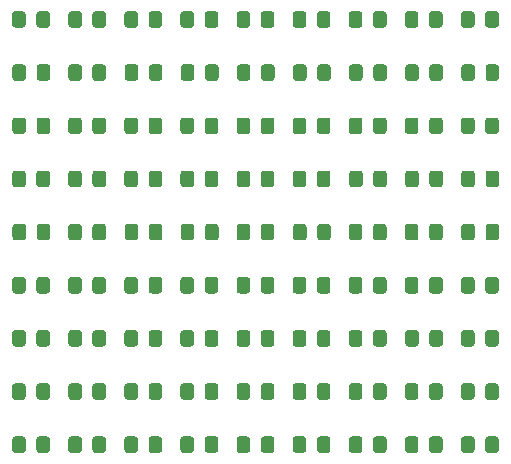
<source format=gbr>
%TF.GenerationSoftware,KiCad,Pcbnew,5.1.6*%
%TF.CreationDate,2020-08-15T15:01:39+02:00*%
%TF.ProjectId,UniBadge-9x9,556e6942-6164-4676-952d-3978392e6b69,rev?*%
%TF.SameCoordinates,Original*%
%TF.FileFunction,Paste,Top*%
%TF.FilePolarity,Positive*%
%FSLAX46Y46*%
G04 Gerber Fmt 4.6, Leading zero omitted, Abs format (unit mm)*
G04 Created by KiCad (PCBNEW 5.1.6) date 2020-08-15 15:01:39*
%MOMM*%
%LPD*%
G01*
G04 APERTURE LIST*
G04 APERTURE END LIST*
%TO.C,D15*%
G36*
G01*
X29975000Y-15700001D02*
X29975000Y-14799999D01*
G75*
G02*
X30224999Y-14550000I249999J0D01*
G01*
X30875001Y-14550000D01*
G75*
G02*
X31125000Y-14799999I0J-249999D01*
G01*
X31125000Y-15700001D01*
G75*
G02*
X30875001Y-15950000I-249999J0D01*
G01*
X30224999Y-15950000D01*
G75*
G02*
X29975000Y-15700001I0J249999D01*
G01*
G37*
G36*
G01*
X27925000Y-15700001D02*
X27925000Y-14799999D01*
G75*
G02*
X28174999Y-14550000I249999J0D01*
G01*
X28825001Y-14550000D01*
G75*
G02*
X29075000Y-14799999I0J-249999D01*
G01*
X29075000Y-15700001D01*
G75*
G02*
X28825001Y-15950000I-249999J0D01*
G01*
X28174999Y-15950000D01*
G75*
G02*
X27925000Y-15700001I0J249999D01*
G01*
G37*
%TD*%
%TO.C,D81*%
G36*
G01*
X44200000Y-47200001D02*
X44200000Y-46299999D01*
G75*
G02*
X44449999Y-46050000I249999J0D01*
G01*
X45100001Y-46050000D01*
G75*
G02*
X45350000Y-46299999I0J-249999D01*
G01*
X45350000Y-47200001D01*
G75*
G02*
X45100001Y-47450000I-249999J0D01*
G01*
X44449999Y-47450000D01*
G75*
G02*
X44200000Y-47200001I0J249999D01*
G01*
G37*
G36*
G01*
X42150000Y-47200001D02*
X42150000Y-46299999D01*
G75*
G02*
X42399999Y-46050000I249999J0D01*
G01*
X43050001Y-46050000D01*
G75*
G02*
X43300000Y-46299999I0J-249999D01*
G01*
X43300000Y-47200001D01*
G75*
G02*
X43050001Y-47450000I-249999J0D01*
G01*
X42399999Y-47450000D01*
G75*
G02*
X42150000Y-47200001I0J249999D01*
G01*
G37*
%TD*%
%TO.C,D80*%
G36*
G01*
X39450000Y-47200001D02*
X39450000Y-46299999D01*
G75*
G02*
X39699999Y-46050000I249999J0D01*
G01*
X40350001Y-46050000D01*
G75*
G02*
X40600000Y-46299999I0J-249999D01*
G01*
X40600000Y-47200001D01*
G75*
G02*
X40350001Y-47450000I-249999J0D01*
G01*
X39699999Y-47450000D01*
G75*
G02*
X39450000Y-47200001I0J249999D01*
G01*
G37*
G36*
G01*
X37400000Y-47200001D02*
X37400000Y-46299999D01*
G75*
G02*
X37649999Y-46050000I249999J0D01*
G01*
X38300001Y-46050000D01*
G75*
G02*
X38550000Y-46299999I0J-249999D01*
G01*
X38550000Y-47200001D01*
G75*
G02*
X38300001Y-47450000I-249999J0D01*
G01*
X37649999Y-47450000D01*
G75*
G02*
X37400000Y-47200001I0J249999D01*
G01*
G37*
%TD*%
%TO.C,D79*%
G36*
G01*
X34700000Y-47200001D02*
X34700000Y-46299999D01*
G75*
G02*
X34949999Y-46050000I249999J0D01*
G01*
X35600001Y-46050000D01*
G75*
G02*
X35850000Y-46299999I0J-249999D01*
G01*
X35850000Y-47200001D01*
G75*
G02*
X35600001Y-47450000I-249999J0D01*
G01*
X34949999Y-47450000D01*
G75*
G02*
X34700000Y-47200001I0J249999D01*
G01*
G37*
G36*
G01*
X32650000Y-47200001D02*
X32650000Y-46299999D01*
G75*
G02*
X32899999Y-46050000I249999J0D01*
G01*
X33550001Y-46050000D01*
G75*
G02*
X33800000Y-46299999I0J-249999D01*
G01*
X33800000Y-47200001D01*
G75*
G02*
X33550001Y-47450000I-249999J0D01*
G01*
X32899999Y-47450000D01*
G75*
G02*
X32650000Y-47200001I0J249999D01*
G01*
G37*
%TD*%
%TO.C,D78*%
G36*
G01*
X29950000Y-47200001D02*
X29950000Y-46299999D01*
G75*
G02*
X30199999Y-46050000I249999J0D01*
G01*
X30850001Y-46050000D01*
G75*
G02*
X31100000Y-46299999I0J-249999D01*
G01*
X31100000Y-47200001D01*
G75*
G02*
X30850001Y-47450000I-249999J0D01*
G01*
X30199999Y-47450000D01*
G75*
G02*
X29950000Y-47200001I0J249999D01*
G01*
G37*
G36*
G01*
X27900000Y-47200001D02*
X27900000Y-46299999D01*
G75*
G02*
X28149999Y-46050000I249999J0D01*
G01*
X28800001Y-46050000D01*
G75*
G02*
X29050000Y-46299999I0J-249999D01*
G01*
X29050000Y-47200001D01*
G75*
G02*
X28800001Y-47450000I-249999J0D01*
G01*
X28149999Y-47450000D01*
G75*
G02*
X27900000Y-47200001I0J249999D01*
G01*
G37*
%TD*%
%TO.C,D77*%
G36*
G01*
X25200000Y-47200001D02*
X25200000Y-46299999D01*
G75*
G02*
X25449999Y-46050000I249999J0D01*
G01*
X26100001Y-46050000D01*
G75*
G02*
X26350000Y-46299999I0J-249999D01*
G01*
X26350000Y-47200001D01*
G75*
G02*
X26100001Y-47450000I-249999J0D01*
G01*
X25449999Y-47450000D01*
G75*
G02*
X25200000Y-47200001I0J249999D01*
G01*
G37*
G36*
G01*
X23150000Y-47200001D02*
X23150000Y-46299999D01*
G75*
G02*
X23399999Y-46050000I249999J0D01*
G01*
X24050001Y-46050000D01*
G75*
G02*
X24300000Y-46299999I0J-249999D01*
G01*
X24300000Y-47200001D01*
G75*
G02*
X24050001Y-47450000I-249999J0D01*
G01*
X23399999Y-47450000D01*
G75*
G02*
X23150000Y-47200001I0J249999D01*
G01*
G37*
%TD*%
%TO.C,D76*%
G36*
G01*
X20450000Y-47200001D02*
X20450000Y-46299999D01*
G75*
G02*
X20699999Y-46050000I249999J0D01*
G01*
X21350001Y-46050000D01*
G75*
G02*
X21600000Y-46299999I0J-249999D01*
G01*
X21600000Y-47200001D01*
G75*
G02*
X21350001Y-47450000I-249999J0D01*
G01*
X20699999Y-47450000D01*
G75*
G02*
X20450000Y-47200001I0J249999D01*
G01*
G37*
G36*
G01*
X18400000Y-47200001D02*
X18400000Y-46299999D01*
G75*
G02*
X18649999Y-46050000I249999J0D01*
G01*
X19300001Y-46050000D01*
G75*
G02*
X19550000Y-46299999I0J-249999D01*
G01*
X19550000Y-47200001D01*
G75*
G02*
X19300001Y-47450000I-249999J0D01*
G01*
X18649999Y-47450000D01*
G75*
G02*
X18400000Y-47200001I0J249999D01*
G01*
G37*
%TD*%
%TO.C,D75*%
G36*
G01*
X15700000Y-47200001D02*
X15700000Y-46299999D01*
G75*
G02*
X15949999Y-46050000I249999J0D01*
G01*
X16600001Y-46050000D01*
G75*
G02*
X16850000Y-46299999I0J-249999D01*
G01*
X16850000Y-47200001D01*
G75*
G02*
X16600001Y-47450000I-249999J0D01*
G01*
X15949999Y-47450000D01*
G75*
G02*
X15700000Y-47200001I0J249999D01*
G01*
G37*
G36*
G01*
X13650000Y-47200001D02*
X13650000Y-46299999D01*
G75*
G02*
X13899999Y-46050000I249999J0D01*
G01*
X14550001Y-46050000D01*
G75*
G02*
X14800000Y-46299999I0J-249999D01*
G01*
X14800000Y-47200001D01*
G75*
G02*
X14550001Y-47450000I-249999J0D01*
G01*
X13899999Y-47450000D01*
G75*
G02*
X13650000Y-47200001I0J249999D01*
G01*
G37*
%TD*%
%TO.C,D74*%
G36*
G01*
X10950000Y-47200001D02*
X10950000Y-46299999D01*
G75*
G02*
X11199999Y-46050000I249999J0D01*
G01*
X11850001Y-46050000D01*
G75*
G02*
X12100000Y-46299999I0J-249999D01*
G01*
X12100000Y-47200001D01*
G75*
G02*
X11850001Y-47450000I-249999J0D01*
G01*
X11199999Y-47450000D01*
G75*
G02*
X10950000Y-47200001I0J249999D01*
G01*
G37*
G36*
G01*
X8900000Y-47200001D02*
X8900000Y-46299999D01*
G75*
G02*
X9149999Y-46050000I249999J0D01*
G01*
X9800001Y-46050000D01*
G75*
G02*
X10050000Y-46299999I0J-249999D01*
G01*
X10050000Y-47200001D01*
G75*
G02*
X9800001Y-47450000I-249999J0D01*
G01*
X9149999Y-47450000D01*
G75*
G02*
X8900000Y-47200001I0J249999D01*
G01*
G37*
%TD*%
%TO.C,D73*%
G36*
G01*
X6200000Y-47200001D02*
X6200000Y-46299999D01*
G75*
G02*
X6449999Y-46050000I249999J0D01*
G01*
X7100001Y-46050000D01*
G75*
G02*
X7350000Y-46299999I0J-249999D01*
G01*
X7350000Y-47200001D01*
G75*
G02*
X7100001Y-47450000I-249999J0D01*
G01*
X6449999Y-47450000D01*
G75*
G02*
X6200000Y-47200001I0J249999D01*
G01*
G37*
G36*
G01*
X4150000Y-47200001D02*
X4150000Y-46299999D01*
G75*
G02*
X4399999Y-46050000I249999J0D01*
G01*
X5050001Y-46050000D01*
G75*
G02*
X5300000Y-46299999I0J-249999D01*
G01*
X5300000Y-47200001D01*
G75*
G02*
X5050001Y-47450000I-249999J0D01*
G01*
X4399999Y-47450000D01*
G75*
G02*
X4150000Y-47200001I0J249999D01*
G01*
G37*
%TD*%
%TO.C,D72*%
G36*
G01*
X44200000Y-42700001D02*
X44200000Y-41799999D01*
G75*
G02*
X44449999Y-41550000I249999J0D01*
G01*
X45100001Y-41550000D01*
G75*
G02*
X45350000Y-41799999I0J-249999D01*
G01*
X45350000Y-42700001D01*
G75*
G02*
X45100001Y-42950000I-249999J0D01*
G01*
X44449999Y-42950000D01*
G75*
G02*
X44200000Y-42700001I0J249999D01*
G01*
G37*
G36*
G01*
X42150000Y-42700001D02*
X42150000Y-41799999D01*
G75*
G02*
X42399999Y-41550000I249999J0D01*
G01*
X43050001Y-41550000D01*
G75*
G02*
X43300000Y-41799999I0J-249999D01*
G01*
X43300000Y-42700001D01*
G75*
G02*
X43050001Y-42950000I-249999J0D01*
G01*
X42399999Y-42950000D01*
G75*
G02*
X42150000Y-42700001I0J249999D01*
G01*
G37*
%TD*%
%TO.C,D71*%
G36*
G01*
X39450000Y-42700001D02*
X39450000Y-41799999D01*
G75*
G02*
X39699999Y-41550000I249999J0D01*
G01*
X40350001Y-41550000D01*
G75*
G02*
X40600000Y-41799999I0J-249999D01*
G01*
X40600000Y-42700001D01*
G75*
G02*
X40350001Y-42950000I-249999J0D01*
G01*
X39699999Y-42950000D01*
G75*
G02*
X39450000Y-42700001I0J249999D01*
G01*
G37*
G36*
G01*
X37400000Y-42700001D02*
X37400000Y-41799999D01*
G75*
G02*
X37649999Y-41550000I249999J0D01*
G01*
X38300001Y-41550000D01*
G75*
G02*
X38550000Y-41799999I0J-249999D01*
G01*
X38550000Y-42700001D01*
G75*
G02*
X38300001Y-42950000I-249999J0D01*
G01*
X37649999Y-42950000D01*
G75*
G02*
X37400000Y-42700001I0J249999D01*
G01*
G37*
%TD*%
%TO.C,D70*%
G36*
G01*
X34700000Y-42700001D02*
X34700000Y-41799999D01*
G75*
G02*
X34949999Y-41550000I249999J0D01*
G01*
X35600001Y-41550000D01*
G75*
G02*
X35850000Y-41799999I0J-249999D01*
G01*
X35850000Y-42700001D01*
G75*
G02*
X35600001Y-42950000I-249999J0D01*
G01*
X34949999Y-42950000D01*
G75*
G02*
X34700000Y-42700001I0J249999D01*
G01*
G37*
G36*
G01*
X32650000Y-42700001D02*
X32650000Y-41799999D01*
G75*
G02*
X32899999Y-41550000I249999J0D01*
G01*
X33550001Y-41550000D01*
G75*
G02*
X33800000Y-41799999I0J-249999D01*
G01*
X33800000Y-42700001D01*
G75*
G02*
X33550001Y-42950000I-249999J0D01*
G01*
X32899999Y-42950000D01*
G75*
G02*
X32650000Y-42700001I0J249999D01*
G01*
G37*
%TD*%
%TO.C,D69*%
G36*
G01*
X29950000Y-42700001D02*
X29950000Y-41799999D01*
G75*
G02*
X30199999Y-41550000I249999J0D01*
G01*
X30850001Y-41550000D01*
G75*
G02*
X31100000Y-41799999I0J-249999D01*
G01*
X31100000Y-42700001D01*
G75*
G02*
X30850001Y-42950000I-249999J0D01*
G01*
X30199999Y-42950000D01*
G75*
G02*
X29950000Y-42700001I0J249999D01*
G01*
G37*
G36*
G01*
X27900000Y-42700001D02*
X27900000Y-41799999D01*
G75*
G02*
X28149999Y-41550000I249999J0D01*
G01*
X28800001Y-41550000D01*
G75*
G02*
X29050000Y-41799999I0J-249999D01*
G01*
X29050000Y-42700001D01*
G75*
G02*
X28800001Y-42950000I-249999J0D01*
G01*
X28149999Y-42950000D01*
G75*
G02*
X27900000Y-42700001I0J249999D01*
G01*
G37*
%TD*%
%TO.C,D68*%
G36*
G01*
X25200000Y-42700001D02*
X25200000Y-41799999D01*
G75*
G02*
X25449999Y-41550000I249999J0D01*
G01*
X26100001Y-41550000D01*
G75*
G02*
X26350000Y-41799999I0J-249999D01*
G01*
X26350000Y-42700001D01*
G75*
G02*
X26100001Y-42950000I-249999J0D01*
G01*
X25449999Y-42950000D01*
G75*
G02*
X25200000Y-42700001I0J249999D01*
G01*
G37*
G36*
G01*
X23150000Y-42700001D02*
X23150000Y-41799999D01*
G75*
G02*
X23399999Y-41550000I249999J0D01*
G01*
X24050001Y-41550000D01*
G75*
G02*
X24300000Y-41799999I0J-249999D01*
G01*
X24300000Y-42700001D01*
G75*
G02*
X24050001Y-42950000I-249999J0D01*
G01*
X23399999Y-42950000D01*
G75*
G02*
X23150000Y-42700001I0J249999D01*
G01*
G37*
%TD*%
%TO.C,D67*%
G36*
G01*
X20450000Y-42700001D02*
X20450000Y-41799999D01*
G75*
G02*
X20699999Y-41550000I249999J0D01*
G01*
X21350001Y-41550000D01*
G75*
G02*
X21600000Y-41799999I0J-249999D01*
G01*
X21600000Y-42700001D01*
G75*
G02*
X21350001Y-42950000I-249999J0D01*
G01*
X20699999Y-42950000D01*
G75*
G02*
X20450000Y-42700001I0J249999D01*
G01*
G37*
G36*
G01*
X18400000Y-42700001D02*
X18400000Y-41799999D01*
G75*
G02*
X18649999Y-41550000I249999J0D01*
G01*
X19300001Y-41550000D01*
G75*
G02*
X19550000Y-41799999I0J-249999D01*
G01*
X19550000Y-42700001D01*
G75*
G02*
X19300001Y-42950000I-249999J0D01*
G01*
X18649999Y-42950000D01*
G75*
G02*
X18400000Y-42700001I0J249999D01*
G01*
G37*
%TD*%
%TO.C,D66*%
G36*
G01*
X15700000Y-42700001D02*
X15700000Y-41799999D01*
G75*
G02*
X15949999Y-41550000I249999J0D01*
G01*
X16600001Y-41550000D01*
G75*
G02*
X16850000Y-41799999I0J-249999D01*
G01*
X16850000Y-42700001D01*
G75*
G02*
X16600001Y-42950000I-249999J0D01*
G01*
X15949999Y-42950000D01*
G75*
G02*
X15700000Y-42700001I0J249999D01*
G01*
G37*
G36*
G01*
X13650000Y-42700001D02*
X13650000Y-41799999D01*
G75*
G02*
X13899999Y-41550000I249999J0D01*
G01*
X14550001Y-41550000D01*
G75*
G02*
X14800000Y-41799999I0J-249999D01*
G01*
X14800000Y-42700001D01*
G75*
G02*
X14550001Y-42950000I-249999J0D01*
G01*
X13899999Y-42950000D01*
G75*
G02*
X13650000Y-42700001I0J249999D01*
G01*
G37*
%TD*%
%TO.C,D65*%
G36*
G01*
X10950000Y-42700001D02*
X10950000Y-41799999D01*
G75*
G02*
X11199999Y-41550000I249999J0D01*
G01*
X11850001Y-41550000D01*
G75*
G02*
X12100000Y-41799999I0J-249999D01*
G01*
X12100000Y-42700001D01*
G75*
G02*
X11850001Y-42950000I-249999J0D01*
G01*
X11199999Y-42950000D01*
G75*
G02*
X10950000Y-42700001I0J249999D01*
G01*
G37*
G36*
G01*
X8900000Y-42700001D02*
X8900000Y-41799999D01*
G75*
G02*
X9149999Y-41550000I249999J0D01*
G01*
X9800001Y-41550000D01*
G75*
G02*
X10050000Y-41799999I0J-249999D01*
G01*
X10050000Y-42700001D01*
G75*
G02*
X9800001Y-42950000I-249999J0D01*
G01*
X9149999Y-42950000D01*
G75*
G02*
X8900000Y-42700001I0J249999D01*
G01*
G37*
%TD*%
%TO.C,D64*%
G36*
G01*
X6200000Y-42700001D02*
X6200000Y-41799999D01*
G75*
G02*
X6449999Y-41550000I249999J0D01*
G01*
X7100001Y-41550000D01*
G75*
G02*
X7350000Y-41799999I0J-249999D01*
G01*
X7350000Y-42700001D01*
G75*
G02*
X7100001Y-42950000I-249999J0D01*
G01*
X6449999Y-42950000D01*
G75*
G02*
X6200000Y-42700001I0J249999D01*
G01*
G37*
G36*
G01*
X4150000Y-42700001D02*
X4150000Y-41799999D01*
G75*
G02*
X4399999Y-41550000I249999J0D01*
G01*
X5050001Y-41550000D01*
G75*
G02*
X5300000Y-41799999I0J-249999D01*
G01*
X5300000Y-42700001D01*
G75*
G02*
X5050001Y-42950000I-249999J0D01*
G01*
X4399999Y-42950000D01*
G75*
G02*
X4150000Y-42700001I0J249999D01*
G01*
G37*
%TD*%
%TO.C,D63*%
G36*
G01*
X44200000Y-38200001D02*
X44200000Y-37299999D01*
G75*
G02*
X44449999Y-37050000I249999J0D01*
G01*
X45100001Y-37050000D01*
G75*
G02*
X45350000Y-37299999I0J-249999D01*
G01*
X45350000Y-38200001D01*
G75*
G02*
X45100001Y-38450000I-249999J0D01*
G01*
X44449999Y-38450000D01*
G75*
G02*
X44200000Y-38200001I0J249999D01*
G01*
G37*
G36*
G01*
X42150000Y-38200001D02*
X42150000Y-37299999D01*
G75*
G02*
X42399999Y-37050000I249999J0D01*
G01*
X43050001Y-37050000D01*
G75*
G02*
X43300000Y-37299999I0J-249999D01*
G01*
X43300000Y-38200001D01*
G75*
G02*
X43050001Y-38450000I-249999J0D01*
G01*
X42399999Y-38450000D01*
G75*
G02*
X42150000Y-38200001I0J249999D01*
G01*
G37*
%TD*%
%TO.C,D62*%
G36*
G01*
X39475000Y-38200001D02*
X39475000Y-37299999D01*
G75*
G02*
X39724999Y-37050000I249999J0D01*
G01*
X40375001Y-37050000D01*
G75*
G02*
X40625000Y-37299999I0J-249999D01*
G01*
X40625000Y-38200001D01*
G75*
G02*
X40375001Y-38450000I-249999J0D01*
G01*
X39724999Y-38450000D01*
G75*
G02*
X39475000Y-38200001I0J249999D01*
G01*
G37*
G36*
G01*
X37425000Y-38200001D02*
X37425000Y-37299999D01*
G75*
G02*
X37674999Y-37050000I249999J0D01*
G01*
X38325001Y-37050000D01*
G75*
G02*
X38575000Y-37299999I0J-249999D01*
G01*
X38575000Y-38200001D01*
G75*
G02*
X38325001Y-38450000I-249999J0D01*
G01*
X37674999Y-38450000D01*
G75*
G02*
X37425000Y-38200001I0J249999D01*
G01*
G37*
%TD*%
%TO.C,D61*%
G36*
G01*
X34700000Y-38200001D02*
X34700000Y-37299999D01*
G75*
G02*
X34949999Y-37050000I249999J0D01*
G01*
X35600001Y-37050000D01*
G75*
G02*
X35850000Y-37299999I0J-249999D01*
G01*
X35850000Y-38200001D01*
G75*
G02*
X35600001Y-38450000I-249999J0D01*
G01*
X34949999Y-38450000D01*
G75*
G02*
X34700000Y-38200001I0J249999D01*
G01*
G37*
G36*
G01*
X32650000Y-38200001D02*
X32650000Y-37299999D01*
G75*
G02*
X32899999Y-37050000I249999J0D01*
G01*
X33550001Y-37050000D01*
G75*
G02*
X33800000Y-37299999I0J-249999D01*
G01*
X33800000Y-38200001D01*
G75*
G02*
X33550001Y-38450000I-249999J0D01*
G01*
X32899999Y-38450000D01*
G75*
G02*
X32650000Y-38200001I0J249999D01*
G01*
G37*
%TD*%
%TO.C,D60*%
G36*
G01*
X29950000Y-38200001D02*
X29950000Y-37299999D01*
G75*
G02*
X30199999Y-37050000I249999J0D01*
G01*
X30850001Y-37050000D01*
G75*
G02*
X31100000Y-37299999I0J-249999D01*
G01*
X31100000Y-38200001D01*
G75*
G02*
X30850001Y-38450000I-249999J0D01*
G01*
X30199999Y-38450000D01*
G75*
G02*
X29950000Y-38200001I0J249999D01*
G01*
G37*
G36*
G01*
X27900000Y-38200001D02*
X27900000Y-37299999D01*
G75*
G02*
X28149999Y-37050000I249999J0D01*
G01*
X28800001Y-37050000D01*
G75*
G02*
X29050000Y-37299999I0J-249999D01*
G01*
X29050000Y-38200001D01*
G75*
G02*
X28800001Y-38450000I-249999J0D01*
G01*
X28149999Y-38450000D01*
G75*
G02*
X27900000Y-38200001I0J249999D01*
G01*
G37*
%TD*%
%TO.C,D59*%
G36*
G01*
X25200000Y-38200001D02*
X25200000Y-37299999D01*
G75*
G02*
X25449999Y-37050000I249999J0D01*
G01*
X26100001Y-37050000D01*
G75*
G02*
X26350000Y-37299999I0J-249999D01*
G01*
X26350000Y-38200001D01*
G75*
G02*
X26100001Y-38450000I-249999J0D01*
G01*
X25449999Y-38450000D01*
G75*
G02*
X25200000Y-38200001I0J249999D01*
G01*
G37*
G36*
G01*
X23150000Y-38200001D02*
X23150000Y-37299999D01*
G75*
G02*
X23399999Y-37050000I249999J0D01*
G01*
X24050001Y-37050000D01*
G75*
G02*
X24300000Y-37299999I0J-249999D01*
G01*
X24300000Y-38200001D01*
G75*
G02*
X24050001Y-38450000I-249999J0D01*
G01*
X23399999Y-38450000D01*
G75*
G02*
X23150000Y-38200001I0J249999D01*
G01*
G37*
%TD*%
%TO.C,D58*%
G36*
G01*
X20450000Y-38200001D02*
X20450000Y-37299999D01*
G75*
G02*
X20699999Y-37050000I249999J0D01*
G01*
X21350001Y-37050000D01*
G75*
G02*
X21600000Y-37299999I0J-249999D01*
G01*
X21600000Y-38200001D01*
G75*
G02*
X21350001Y-38450000I-249999J0D01*
G01*
X20699999Y-38450000D01*
G75*
G02*
X20450000Y-38200001I0J249999D01*
G01*
G37*
G36*
G01*
X18400000Y-38200001D02*
X18400000Y-37299999D01*
G75*
G02*
X18649999Y-37050000I249999J0D01*
G01*
X19300001Y-37050000D01*
G75*
G02*
X19550000Y-37299999I0J-249999D01*
G01*
X19550000Y-38200001D01*
G75*
G02*
X19300001Y-38450000I-249999J0D01*
G01*
X18649999Y-38450000D01*
G75*
G02*
X18400000Y-38200001I0J249999D01*
G01*
G37*
%TD*%
%TO.C,D57*%
G36*
G01*
X15700000Y-38200001D02*
X15700000Y-37299999D01*
G75*
G02*
X15949999Y-37050000I249999J0D01*
G01*
X16600001Y-37050000D01*
G75*
G02*
X16850000Y-37299999I0J-249999D01*
G01*
X16850000Y-38200001D01*
G75*
G02*
X16600001Y-38450000I-249999J0D01*
G01*
X15949999Y-38450000D01*
G75*
G02*
X15700000Y-38200001I0J249999D01*
G01*
G37*
G36*
G01*
X13650000Y-38200001D02*
X13650000Y-37299999D01*
G75*
G02*
X13899999Y-37050000I249999J0D01*
G01*
X14550001Y-37050000D01*
G75*
G02*
X14800000Y-37299999I0J-249999D01*
G01*
X14800000Y-38200001D01*
G75*
G02*
X14550001Y-38450000I-249999J0D01*
G01*
X13899999Y-38450000D01*
G75*
G02*
X13650000Y-38200001I0J249999D01*
G01*
G37*
%TD*%
%TO.C,D56*%
G36*
G01*
X10950000Y-38200001D02*
X10950000Y-37299999D01*
G75*
G02*
X11199999Y-37050000I249999J0D01*
G01*
X11850001Y-37050000D01*
G75*
G02*
X12100000Y-37299999I0J-249999D01*
G01*
X12100000Y-38200001D01*
G75*
G02*
X11850001Y-38450000I-249999J0D01*
G01*
X11199999Y-38450000D01*
G75*
G02*
X10950000Y-38200001I0J249999D01*
G01*
G37*
G36*
G01*
X8900000Y-38200001D02*
X8900000Y-37299999D01*
G75*
G02*
X9149999Y-37050000I249999J0D01*
G01*
X9800001Y-37050000D01*
G75*
G02*
X10050000Y-37299999I0J-249999D01*
G01*
X10050000Y-38200001D01*
G75*
G02*
X9800001Y-38450000I-249999J0D01*
G01*
X9149999Y-38450000D01*
G75*
G02*
X8900000Y-38200001I0J249999D01*
G01*
G37*
%TD*%
%TO.C,D55*%
G36*
G01*
X6200000Y-38200001D02*
X6200000Y-37299999D01*
G75*
G02*
X6449999Y-37050000I249999J0D01*
G01*
X7100001Y-37050000D01*
G75*
G02*
X7350000Y-37299999I0J-249999D01*
G01*
X7350000Y-38200001D01*
G75*
G02*
X7100001Y-38450000I-249999J0D01*
G01*
X6449999Y-38450000D01*
G75*
G02*
X6200000Y-38200001I0J249999D01*
G01*
G37*
G36*
G01*
X4150000Y-38200001D02*
X4150000Y-37299999D01*
G75*
G02*
X4399999Y-37050000I249999J0D01*
G01*
X5050001Y-37050000D01*
G75*
G02*
X5300000Y-37299999I0J-249999D01*
G01*
X5300000Y-38200001D01*
G75*
G02*
X5050001Y-38450000I-249999J0D01*
G01*
X4399999Y-38450000D01*
G75*
G02*
X4150000Y-38200001I0J249999D01*
G01*
G37*
%TD*%
%TO.C,D54*%
G36*
G01*
X44200000Y-33700001D02*
X44200000Y-32799999D01*
G75*
G02*
X44449999Y-32550000I249999J0D01*
G01*
X45100001Y-32550000D01*
G75*
G02*
X45350000Y-32799999I0J-249999D01*
G01*
X45350000Y-33700001D01*
G75*
G02*
X45100001Y-33950000I-249999J0D01*
G01*
X44449999Y-33950000D01*
G75*
G02*
X44200000Y-33700001I0J249999D01*
G01*
G37*
G36*
G01*
X42150000Y-33700001D02*
X42150000Y-32799999D01*
G75*
G02*
X42399999Y-32550000I249999J0D01*
G01*
X43050001Y-32550000D01*
G75*
G02*
X43300000Y-32799999I0J-249999D01*
G01*
X43300000Y-33700001D01*
G75*
G02*
X43050001Y-33950000I-249999J0D01*
G01*
X42399999Y-33950000D01*
G75*
G02*
X42150000Y-33700001I0J249999D01*
G01*
G37*
%TD*%
%TO.C,D53*%
G36*
G01*
X39450000Y-33700001D02*
X39450000Y-32799999D01*
G75*
G02*
X39699999Y-32550000I249999J0D01*
G01*
X40350001Y-32550000D01*
G75*
G02*
X40600000Y-32799999I0J-249999D01*
G01*
X40600000Y-33700001D01*
G75*
G02*
X40350001Y-33950000I-249999J0D01*
G01*
X39699999Y-33950000D01*
G75*
G02*
X39450000Y-33700001I0J249999D01*
G01*
G37*
G36*
G01*
X37400000Y-33700001D02*
X37400000Y-32799999D01*
G75*
G02*
X37649999Y-32550000I249999J0D01*
G01*
X38300001Y-32550000D01*
G75*
G02*
X38550000Y-32799999I0J-249999D01*
G01*
X38550000Y-33700001D01*
G75*
G02*
X38300001Y-33950000I-249999J0D01*
G01*
X37649999Y-33950000D01*
G75*
G02*
X37400000Y-33700001I0J249999D01*
G01*
G37*
%TD*%
%TO.C,D52*%
G36*
G01*
X34700000Y-33700001D02*
X34700000Y-32799999D01*
G75*
G02*
X34949999Y-32550000I249999J0D01*
G01*
X35600001Y-32550000D01*
G75*
G02*
X35850000Y-32799999I0J-249999D01*
G01*
X35850000Y-33700001D01*
G75*
G02*
X35600001Y-33950000I-249999J0D01*
G01*
X34949999Y-33950000D01*
G75*
G02*
X34700000Y-33700001I0J249999D01*
G01*
G37*
G36*
G01*
X32650000Y-33700001D02*
X32650000Y-32799999D01*
G75*
G02*
X32899999Y-32550000I249999J0D01*
G01*
X33550001Y-32550000D01*
G75*
G02*
X33800000Y-32799999I0J-249999D01*
G01*
X33800000Y-33700001D01*
G75*
G02*
X33550001Y-33950000I-249999J0D01*
G01*
X32899999Y-33950000D01*
G75*
G02*
X32650000Y-33700001I0J249999D01*
G01*
G37*
%TD*%
%TO.C,D51*%
G36*
G01*
X29950000Y-33700001D02*
X29950000Y-32799999D01*
G75*
G02*
X30199999Y-32550000I249999J0D01*
G01*
X30850001Y-32550000D01*
G75*
G02*
X31100000Y-32799999I0J-249999D01*
G01*
X31100000Y-33700001D01*
G75*
G02*
X30850001Y-33950000I-249999J0D01*
G01*
X30199999Y-33950000D01*
G75*
G02*
X29950000Y-33700001I0J249999D01*
G01*
G37*
G36*
G01*
X27900000Y-33700001D02*
X27900000Y-32799999D01*
G75*
G02*
X28149999Y-32550000I249999J0D01*
G01*
X28800001Y-32550000D01*
G75*
G02*
X29050000Y-32799999I0J-249999D01*
G01*
X29050000Y-33700001D01*
G75*
G02*
X28800001Y-33950000I-249999J0D01*
G01*
X28149999Y-33950000D01*
G75*
G02*
X27900000Y-33700001I0J249999D01*
G01*
G37*
%TD*%
%TO.C,D50*%
G36*
G01*
X25200000Y-33700001D02*
X25200000Y-32799999D01*
G75*
G02*
X25449999Y-32550000I249999J0D01*
G01*
X26100001Y-32550000D01*
G75*
G02*
X26350000Y-32799999I0J-249999D01*
G01*
X26350000Y-33700001D01*
G75*
G02*
X26100001Y-33950000I-249999J0D01*
G01*
X25449999Y-33950000D01*
G75*
G02*
X25200000Y-33700001I0J249999D01*
G01*
G37*
G36*
G01*
X23150000Y-33700001D02*
X23150000Y-32799999D01*
G75*
G02*
X23399999Y-32550000I249999J0D01*
G01*
X24050001Y-32550000D01*
G75*
G02*
X24300000Y-32799999I0J-249999D01*
G01*
X24300000Y-33700001D01*
G75*
G02*
X24050001Y-33950000I-249999J0D01*
G01*
X23399999Y-33950000D01*
G75*
G02*
X23150000Y-33700001I0J249999D01*
G01*
G37*
%TD*%
%TO.C,D49*%
G36*
G01*
X20450000Y-33700001D02*
X20450000Y-32799999D01*
G75*
G02*
X20699999Y-32550000I249999J0D01*
G01*
X21350001Y-32550000D01*
G75*
G02*
X21600000Y-32799999I0J-249999D01*
G01*
X21600000Y-33700001D01*
G75*
G02*
X21350001Y-33950000I-249999J0D01*
G01*
X20699999Y-33950000D01*
G75*
G02*
X20450000Y-33700001I0J249999D01*
G01*
G37*
G36*
G01*
X18400000Y-33700001D02*
X18400000Y-32799999D01*
G75*
G02*
X18649999Y-32550000I249999J0D01*
G01*
X19300001Y-32550000D01*
G75*
G02*
X19550000Y-32799999I0J-249999D01*
G01*
X19550000Y-33700001D01*
G75*
G02*
X19300001Y-33950000I-249999J0D01*
G01*
X18649999Y-33950000D01*
G75*
G02*
X18400000Y-33700001I0J249999D01*
G01*
G37*
%TD*%
%TO.C,D48*%
G36*
G01*
X15700000Y-33700001D02*
X15700000Y-32799999D01*
G75*
G02*
X15949999Y-32550000I249999J0D01*
G01*
X16600001Y-32550000D01*
G75*
G02*
X16850000Y-32799999I0J-249999D01*
G01*
X16850000Y-33700001D01*
G75*
G02*
X16600001Y-33950000I-249999J0D01*
G01*
X15949999Y-33950000D01*
G75*
G02*
X15700000Y-33700001I0J249999D01*
G01*
G37*
G36*
G01*
X13650000Y-33700001D02*
X13650000Y-32799999D01*
G75*
G02*
X13899999Y-32550000I249999J0D01*
G01*
X14550001Y-32550000D01*
G75*
G02*
X14800000Y-32799999I0J-249999D01*
G01*
X14800000Y-33700001D01*
G75*
G02*
X14550001Y-33950000I-249999J0D01*
G01*
X13899999Y-33950000D01*
G75*
G02*
X13650000Y-33700001I0J249999D01*
G01*
G37*
%TD*%
%TO.C,D47*%
G36*
G01*
X10950000Y-33700001D02*
X10950000Y-32799999D01*
G75*
G02*
X11199999Y-32550000I249999J0D01*
G01*
X11850001Y-32550000D01*
G75*
G02*
X12100000Y-32799999I0J-249999D01*
G01*
X12100000Y-33700001D01*
G75*
G02*
X11850001Y-33950000I-249999J0D01*
G01*
X11199999Y-33950000D01*
G75*
G02*
X10950000Y-33700001I0J249999D01*
G01*
G37*
G36*
G01*
X8900000Y-33700001D02*
X8900000Y-32799999D01*
G75*
G02*
X9149999Y-32550000I249999J0D01*
G01*
X9800001Y-32550000D01*
G75*
G02*
X10050000Y-32799999I0J-249999D01*
G01*
X10050000Y-33700001D01*
G75*
G02*
X9800001Y-33950000I-249999J0D01*
G01*
X9149999Y-33950000D01*
G75*
G02*
X8900000Y-33700001I0J249999D01*
G01*
G37*
%TD*%
%TO.C,D46*%
G36*
G01*
X6200000Y-33700001D02*
X6200000Y-32799999D01*
G75*
G02*
X6449999Y-32550000I249999J0D01*
G01*
X7100001Y-32550000D01*
G75*
G02*
X7350000Y-32799999I0J-249999D01*
G01*
X7350000Y-33700001D01*
G75*
G02*
X7100001Y-33950000I-249999J0D01*
G01*
X6449999Y-33950000D01*
G75*
G02*
X6200000Y-33700001I0J249999D01*
G01*
G37*
G36*
G01*
X4150000Y-33700001D02*
X4150000Y-32799999D01*
G75*
G02*
X4399999Y-32550000I249999J0D01*
G01*
X5050001Y-32550000D01*
G75*
G02*
X5300000Y-32799999I0J-249999D01*
G01*
X5300000Y-33700001D01*
G75*
G02*
X5050001Y-33950000I-249999J0D01*
G01*
X4399999Y-33950000D01*
G75*
G02*
X4150000Y-33700001I0J249999D01*
G01*
G37*
%TD*%
%TO.C,D45*%
G36*
G01*
X44225000Y-29200001D02*
X44225000Y-28299999D01*
G75*
G02*
X44474999Y-28050000I249999J0D01*
G01*
X45125001Y-28050000D01*
G75*
G02*
X45375000Y-28299999I0J-249999D01*
G01*
X45375000Y-29200001D01*
G75*
G02*
X45125001Y-29450000I-249999J0D01*
G01*
X44474999Y-29450000D01*
G75*
G02*
X44225000Y-29200001I0J249999D01*
G01*
G37*
G36*
G01*
X42175000Y-29200001D02*
X42175000Y-28299999D01*
G75*
G02*
X42424999Y-28050000I249999J0D01*
G01*
X43075001Y-28050000D01*
G75*
G02*
X43325000Y-28299999I0J-249999D01*
G01*
X43325000Y-29200001D01*
G75*
G02*
X43075001Y-29450000I-249999J0D01*
G01*
X42424999Y-29450000D01*
G75*
G02*
X42175000Y-29200001I0J249999D01*
G01*
G37*
%TD*%
%TO.C,D44*%
G36*
G01*
X39450000Y-29200001D02*
X39450000Y-28299999D01*
G75*
G02*
X39699999Y-28050000I249999J0D01*
G01*
X40350001Y-28050000D01*
G75*
G02*
X40600000Y-28299999I0J-249999D01*
G01*
X40600000Y-29200001D01*
G75*
G02*
X40350001Y-29450000I-249999J0D01*
G01*
X39699999Y-29450000D01*
G75*
G02*
X39450000Y-29200001I0J249999D01*
G01*
G37*
G36*
G01*
X37400000Y-29200001D02*
X37400000Y-28299999D01*
G75*
G02*
X37649999Y-28050000I249999J0D01*
G01*
X38300001Y-28050000D01*
G75*
G02*
X38550000Y-28299999I0J-249999D01*
G01*
X38550000Y-29200001D01*
G75*
G02*
X38300001Y-29450000I-249999J0D01*
G01*
X37649999Y-29450000D01*
G75*
G02*
X37400000Y-29200001I0J249999D01*
G01*
G37*
%TD*%
%TO.C,D43*%
G36*
G01*
X34700000Y-29200001D02*
X34700000Y-28299999D01*
G75*
G02*
X34949999Y-28050000I249999J0D01*
G01*
X35600001Y-28050000D01*
G75*
G02*
X35850000Y-28299999I0J-249999D01*
G01*
X35850000Y-29200001D01*
G75*
G02*
X35600001Y-29450000I-249999J0D01*
G01*
X34949999Y-29450000D01*
G75*
G02*
X34700000Y-29200001I0J249999D01*
G01*
G37*
G36*
G01*
X32650000Y-29200001D02*
X32650000Y-28299999D01*
G75*
G02*
X32899999Y-28050000I249999J0D01*
G01*
X33550001Y-28050000D01*
G75*
G02*
X33800000Y-28299999I0J-249999D01*
G01*
X33800000Y-29200001D01*
G75*
G02*
X33550001Y-29450000I-249999J0D01*
G01*
X32899999Y-29450000D01*
G75*
G02*
X32650000Y-29200001I0J249999D01*
G01*
G37*
%TD*%
%TO.C,D42*%
G36*
G01*
X29975000Y-29200001D02*
X29975000Y-28299999D01*
G75*
G02*
X30224999Y-28050000I249999J0D01*
G01*
X30875001Y-28050000D01*
G75*
G02*
X31125000Y-28299999I0J-249999D01*
G01*
X31125000Y-29200001D01*
G75*
G02*
X30875001Y-29450000I-249999J0D01*
G01*
X30224999Y-29450000D01*
G75*
G02*
X29975000Y-29200001I0J249999D01*
G01*
G37*
G36*
G01*
X27925000Y-29200001D02*
X27925000Y-28299999D01*
G75*
G02*
X28174999Y-28050000I249999J0D01*
G01*
X28825001Y-28050000D01*
G75*
G02*
X29075000Y-28299999I0J-249999D01*
G01*
X29075000Y-29200001D01*
G75*
G02*
X28825001Y-29450000I-249999J0D01*
G01*
X28174999Y-29450000D01*
G75*
G02*
X27925000Y-29200001I0J249999D01*
G01*
G37*
%TD*%
%TO.C,D41*%
G36*
G01*
X25200000Y-29200001D02*
X25200000Y-28299999D01*
G75*
G02*
X25449999Y-28050000I249999J0D01*
G01*
X26100001Y-28050000D01*
G75*
G02*
X26350000Y-28299999I0J-249999D01*
G01*
X26350000Y-29200001D01*
G75*
G02*
X26100001Y-29450000I-249999J0D01*
G01*
X25449999Y-29450000D01*
G75*
G02*
X25200000Y-29200001I0J249999D01*
G01*
G37*
G36*
G01*
X23150000Y-29200001D02*
X23150000Y-28299999D01*
G75*
G02*
X23399999Y-28050000I249999J0D01*
G01*
X24050001Y-28050000D01*
G75*
G02*
X24300000Y-28299999I0J-249999D01*
G01*
X24300000Y-29200001D01*
G75*
G02*
X24050001Y-29450000I-249999J0D01*
G01*
X23399999Y-29450000D01*
G75*
G02*
X23150000Y-29200001I0J249999D01*
G01*
G37*
%TD*%
%TO.C,D40*%
G36*
G01*
X20475000Y-29200001D02*
X20475000Y-28299999D01*
G75*
G02*
X20724999Y-28050000I249999J0D01*
G01*
X21375001Y-28050000D01*
G75*
G02*
X21625000Y-28299999I0J-249999D01*
G01*
X21625000Y-29200001D01*
G75*
G02*
X21375001Y-29450000I-249999J0D01*
G01*
X20724999Y-29450000D01*
G75*
G02*
X20475000Y-29200001I0J249999D01*
G01*
G37*
G36*
G01*
X18425000Y-29200001D02*
X18425000Y-28299999D01*
G75*
G02*
X18674999Y-28050000I249999J0D01*
G01*
X19325001Y-28050000D01*
G75*
G02*
X19575000Y-28299999I0J-249999D01*
G01*
X19575000Y-29200001D01*
G75*
G02*
X19325001Y-29450000I-249999J0D01*
G01*
X18674999Y-29450000D01*
G75*
G02*
X18425000Y-29200001I0J249999D01*
G01*
G37*
%TD*%
%TO.C,D39*%
G36*
G01*
X15725000Y-29200001D02*
X15725000Y-28299999D01*
G75*
G02*
X15974999Y-28050000I249999J0D01*
G01*
X16625001Y-28050000D01*
G75*
G02*
X16875000Y-28299999I0J-249999D01*
G01*
X16875000Y-29200001D01*
G75*
G02*
X16625001Y-29450000I-249999J0D01*
G01*
X15974999Y-29450000D01*
G75*
G02*
X15725000Y-29200001I0J249999D01*
G01*
G37*
G36*
G01*
X13675000Y-29200001D02*
X13675000Y-28299999D01*
G75*
G02*
X13924999Y-28050000I249999J0D01*
G01*
X14575001Y-28050000D01*
G75*
G02*
X14825000Y-28299999I0J-249999D01*
G01*
X14825000Y-29200001D01*
G75*
G02*
X14575001Y-29450000I-249999J0D01*
G01*
X13924999Y-29450000D01*
G75*
G02*
X13675000Y-29200001I0J249999D01*
G01*
G37*
%TD*%
%TO.C,D38*%
G36*
G01*
X10945000Y-29200001D02*
X10945000Y-28299999D01*
G75*
G02*
X11194999Y-28050000I249999J0D01*
G01*
X11845001Y-28050000D01*
G75*
G02*
X12095000Y-28299999I0J-249999D01*
G01*
X12095000Y-29200001D01*
G75*
G02*
X11845001Y-29450000I-249999J0D01*
G01*
X11194999Y-29450000D01*
G75*
G02*
X10945000Y-29200001I0J249999D01*
G01*
G37*
G36*
G01*
X8895000Y-29200001D02*
X8895000Y-28299999D01*
G75*
G02*
X9144999Y-28050000I249999J0D01*
G01*
X9795001Y-28050000D01*
G75*
G02*
X10045000Y-28299999I0J-249999D01*
G01*
X10045000Y-29200001D01*
G75*
G02*
X9795001Y-29450000I-249999J0D01*
G01*
X9144999Y-29450000D01*
G75*
G02*
X8895000Y-29200001I0J249999D01*
G01*
G37*
%TD*%
%TO.C,D37*%
G36*
G01*
X6225000Y-29200001D02*
X6225000Y-28299999D01*
G75*
G02*
X6474999Y-28050000I249999J0D01*
G01*
X7125001Y-28050000D01*
G75*
G02*
X7375000Y-28299999I0J-249999D01*
G01*
X7375000Y-29200001D01*
G75*
G02*
X7125001Y-29450000I-249999J0D01*
G01*
X6474999Y-29450000D01*
G75*
G02*
X6225000Y-29200001I0J249999D01*
G01*
G37*
G36*
G01*
X4175000Y-29200001D02*
X4175000Y-28299999D01*
G75*
G02*
X4424999Y-28050000I249999J0D01*
G01*
X5075001Y-28050000D01*
G75*
G02*
X5325000Y-28299999I0J-249999D01*
G01*
X5325000Y-29200001D01*
G75*
G02*
X5075001Y-29450000I-249999J0D01*
G01*
X4424999Y-29450000D01*
G75*
G02*
X4175000Y-29200001I0J249999D01*
G01*
G37*
%TD*%
%TO.C,D36*%
G36*
G01*
X44225000Y-24700001D02*
X44225000Y-23799999D01*
G75*
G02*
X44474999Y-23550000I249999J0D01*
G01*
X45125001Y-23550000D01*
G75*
G02*
X45375000Y-23799999I0J-249999D01*
G01*
X45375000Y-24700001D01*
G75*
G02*
X45125001Y-24950000I-249999J0D01*
G01*
X44474999Y-24950000D01*
G75*
G02*
X44225000Y-24700001I0J249999D01*
G01*
G37*
G36*
G01*
X42175000Y-24700001D02*
X42175000Y-23799999D01*
G75*
G02*
X42424999Y-23550000I249999J0D01*
G01*
X43075001Y-23550000D01*
G75*
G02*
X43325000Y-23799999I0J-249999D01*
G01*
X43325000Y-24700001D01*
G75*
G02*
X43075001Y-24950000I-249999J0D01*
G01*
X42424999Y-24950000D01*
G75*
G02*
X42175000Y-24700001I0J249999D01*
G01*
G37*
%TD*%
%TO.C,D35*%
G36*
G01*
X39475000Y-24700001D02*
X39475000Y-23799999D01*
G75*
G02*
X39724999Y-23550000I249999J0D01*
G01*
X40375001Y-23550000D01*
G75*
G02*
X40625000Y-23799999I0J-249999D01*
G01*
X40625000Y-24700001D01*
G75*
G02*
X40375001Y-24950000I-249999J0D01*
G01*
X39724999Y-24950000D01*
G75*
G02*
X39475000Y-24700001I0J249999D01*
G01*
G37*
G36*
G01*
X37425000Y-24700001D02*
X37425000Y-23799999D01*
G75*
G02*
X37674999Y-23550000I249999J0D01*
G01*
X38325001Y-23550000D01*
G75*
G02*
X38575000Y-23799999I0J-249999D01*
G01*
X38575000Y-24700001D01*
G75*
G02*
X38325001Y-24950000I-249999J0D01*
G01*
X37674999Y-24950000D01*
G75*
G02*
X37425000Y-24700001I0J249999D01*
G01*
G37*
%TD*%
%TO.C,D34*%
G36*
G01*
X34725000Y-24700001D02*
X34725000Y-23799999D01*
G75*
G02*
X34974999Y-23550000I249999J0D01*
G01*
X35625001Y-23550000D01*
G75*
G02*
X35875000Y-23799999I0J-249999D01*
G01*
X35875000Y-24700001D01*
G75*
G02*
X35625001Y-24950000I-249999J0D01*
G01*
X34974999Y-24950000D01*
G75*
G02*
X34725000Y-24700001I0J249999D01*
G01*
G37*
G36*
G01*
X32675000Y-24700001D02*
X32675000Y-23799999D01*
G75*
G02*
X32924999Y-23550000I249999J0D01*
G01*
X33575001Y-23550000D01*
G75*
G02*
X33825000Y-23799999I0J-249999D01*
G01*
X33825000Y-24700001D01*
G75*
G02*
X33575001Y-24950000I-249999J0D01*
G01*
X32924999Y-24950000D01*
G75*
G02*
X32675000Y-24700001I0J249999D01*
G01*
G37*
%TD*%
%TO.C,D33*%
G36*
G01*
X29950000Y-24700001D02*
X29950000Y-23799999D01*
G75*
G02*
X30199999Y-23550000I249999J0D01*
G01*
X30850001Y-23550000D01*
G75*
G02*
X31100000Y-23799999I0J-249999D01*
G01*
X31100000Y-24700001D01*
G75*
G02*
X30850001Y-24950000I-249999J0D01*
G01*
X30199999Y-24950000D01*
G75*
G02*
X29950000Y-24700001I0J249999D01*
G01*
G37*
G36*
G01*
X27900000Y-24700001D02*
X27900000Y-23799999D01*
G75*
G02*
X28149999Y-23550000I249999J0D01*
G01*
X28800001Y-23550000D01*
G75*
G02*
X29050000Y-23799999I0J-249999D01*
G01*
X29050000Y-24700001D01*
G75*
G02*
X28800001Y-24950000I-249999J0D01*
G01*
X28149999Y-24950000D01*
G75*
G02*
X27900000Y-24700001I0J249999D01*
G01*
G37*
%TD*%
%TO.C,D32*%
G36*
G01*
X25200000Y-24700001D02*
X25200000Y-23799999D01*
G75*
G02*
X25449999Y-23550000I249999J0D01*
G01*
X26100001Y-23550000D01*
G75*
G02*
X26350000Y-23799999I0J-249999D01*
G01*
X26350000Y-24700001D01*
G75*
G02*
X26100001Y-24950000I-249999J0D01*
G01*
X25449999Y-24950000D01*
G75*
G02*
X25200000Y-24700001I0J249999D01*
G01*
G37*
G36*
G01*
X23150000Y-24700001D02*
X23150000Y-23799999D01*
G75*
G02*
X23399999Y-23550000I249999J0D01*
G01*
X24050001Y-23550000D01*
G75*
G02*
X24300000Y-23799999I0J-249999D01*
G01*
X24300000Y-24700001D01*
G75*
G02*
X24050001Y-24950000I-249999J0D01*
G01*
X23399999Y-24950000D01*
G75*
G02*
X23150000Y-24700001I0J249999D01*
G01*
G37*
%TD*%
%TO.C,D31*%
G36*
G01*
X20450000Y-24700001D02*
X20450000Y-23799999D01*
G75*
G02*
X20699999Y-23550000I249999J0D01*
G01*
X21350001Y-23550000D01*
G75*
G02*
X21600000Y-23799999I0J-249999D01*
G01*
X21600000Y-24700001D01*
G75*
G02*
X21350001Y-24950000I-249999J0D01*
G01*
X20699999Y-24950000D01*
G75*
G02*
X20450000Y-24700001I0J249999D01*
G01*
G37*
G36*
G01*
X18400000Y-24700001D02*
X18400000Y-23799999D01*
G75*
G02*
X18649999Y-23550000I249999J0D01*
G01*
X19300001Y-23550000D01*
G75*
G02*
X19550000Y-23799999I0J-249999D01*
G01*
X19550000Y-24700001D01*
G75*
G02*
X19300001Y-24950000I-249999J0D01*
G01*
X18649999Y-24950000D01*
G75*
G02*
X18400000Y-24700001I0J249999D01*
G01*
G37*
%TD*%
%TO.C,D30*%
G36*
G01*
X15700000Y-24700001D02*
X15700000Y-23799999D01*
G75*
G02*
X15949999Y-23550000I249999J0D01*
G01*
X16600001Y-23550000D01*
G75*
G02*
X16850000Y-23799999I0J-249999D01*
G01*
X16850000Y-24700001D01*
G75*
G02*
X16600001Y-24950000I-249999J0D01*
G01*
X15949999Y-24950000D01*
G75*
G02*
X15700000Y-24700001I0J249999D01*
G01*
G37*
G36*
G01*
X13650000Y-24700001D02*
X13650000Y-23799999D01*
G75*
G02*
X13899999Y-23550000I249999J0D01*
G01*
X14550001Y-23550000D01*
G75*
G02*
X14800000Y-23799999I0J-249999D01*
G01*
X14800000Y-24700001D01*
G75*
G02*
X14550001Y-24950000I-249999J0D01*
G01*
X13899999Y-24950000D01*
G75*
G02*
X13650000Y-24700001I0J249999D01*
G01*
G37*
%TD*%
%TO.C,D29*%
G36*
G01*
X10950000Y-24700001D02*
X10950000Y-23799999D01*
G75*
G02*
X11199999Y-23550000I249999J0D01*
G01*
X11850001Y-23550000D01*
G75*
G02*
X12100000Y-23799999I0J-249999D01*
G01*
X12100000Y-24700001D01*
G75*
G02*
X11850001Y-24950000I-249999J0D01*
G01*
X11199999Y-24950000D01*
G75*
G02*
X10950000Y-24700001I0J249999D01*
G01*
G37*
G36*
G01*
X8900000Y-24700001D02*
X8900000Y-23799999D01*
G75*
G02*
X9149999Y-23550000I249999J0D01*
G01*
X9800001Y-23550000D01*
G75*
G02*
X10050000Y-23799999I0J-249999D01*
G01*
X10050000Y-24700001D01*
G75*
G02*
X9800001Y-24950000I-249999J0D01*
G01*
X9149999Y-24950000D01*
G75*
G02*
X8900000Y-24700001I0J249999D01*
G01*
G37*
%TD*%
%TO.C,D28*%
G36*
G01*
X6200000Y-24700001D02*
X6200000Y-23799999D01*
G75*
G02*
X6449999Y-23550000I249999J0D01*
G01*
X7100001Y-23550000D01*
G75*
G02*
X7350000Y-23799999I0J-249999D01*
G01*
X7350000Y-24700001D01*
G75*
G02*
X7100001Y-24950000I-249999J0D01*
G01*
X6449999Y-24950000D01*
G75*
G02*
X6200000Y-24700001I0J249999D01*
G01*
G37*
G36*
G01*
X4150000Y-24700001D02*
X4150000Y-23799999D01*
G75*
G02*
X4399999Y-23550000I249999J0D01*
G01*
X5050001Y-23550000D01*
G75*
G02*
X5300000Y-23799999I0J-249999D01*
G01*
X5300000Y-24700001D01*
G75*
G02*
X5050001Y-24950000I-249999J0D01*
G01*
X4399999Y-24950000D01*
G75*
G02*
X4150000Y-24700001I0J249999D01*
G01*
G37*
%TD*%
%TO.C,D27*%
G36*
G01*
X44200000Y-20200001D02*
X44200000Y-19299999D01*
G75*
G02*
X44449999Y-19050000I249999J0D01*
G01*
X45100001Y-19050000D01*
G75*
G02*
X45350000Y-19299999I0J-249999D01*
G01*
X45350000Y-20200001D01*
G75*
G02*
X45100001Y-20450000I-249999J0D01*
G01*
X44449999Y-20450000D01*
G75*
G02*
X44200000Y-20200001I0J249999D01*
G01*
G37*
G36*
G01*
X42150000Y-20200001D02*
X42150000Y-19299999D01*
G75*
G02*
X42399999Y-19050000I249999J0D01*
G01*
X43050001Y-19050000D01*
G75*
G02*
X43300000Y-19299999I0J-249999D01*
G01*
X43300000Y-20200001D01*
G75*
G02*
X43050001Y-20450000I-249999J0D01*
G01*
X42399999Y-20450000D01*
G75*
G02*
X42150000Y-20200001I0J249999D01*
G01*
G37*
%TD*%
%TO.C,D26*%
G36*
G01*
X39450000Y-20200001D02*
X39450000Y-19299999D01*
G75*
G02*
X39699999Y-19050000I249999J0D01*
G01*
X40350001Y-19050000D01*
G75*
G02*
X40600000Y-19299999I0J-249999D01*
G01*
X40600000Y-20200001D01*
G75*
G02*
X40350001Y-20450000I-249999J0D01*
G01*
X39699999Y-20450000D01*
G75*
G02*
X39450000Y-20200001I0J249999D01*
G01*
G37*
G36*
G01*
X37400000Y-20200001D02*
X37400000Y-19299999D01*
G75*
G02*
X37649999Y-19050000I249999J0D01*
G01*
X38300001Y-19050000D01*
G75*
G02*
X38550000Y-19299999I0J-249999D01*
G01*
X38550000Y-20200001D01*
G75*
G02*
X38300001Y-20450000I-249999J0D01*
G01*
X37649999Y-20450000D01*
G75*
G02*
X37400000Y-20200001I0J249999D01*
G01*
G37*
%TD*%
%TO.C,D25*%
G36*
G01*
X34700000Y-20200001D02*
X34700000Y-19299999D01*
G75*
G02*
X34949999Y-19050000I249999J0D01*
G01*
X35600001Y-19050000D01*
G75*
G02*
X35850000Y-19299999I0J-249999D01*
G01*
X35850000Y-20200001D01*
G75*
G02*
X35600001Y-20450000I-249999J0D01*
G01*
X34949999Y-20450000D01*
G75*
G02*
X34700000Y-20200001I0J249999D01*
G01*
G37*
G36*
G01*
X32650000Y-20200001D02*
X32650000Y-19299999D01*
G75*
G02*
X32899999Y-19050000I249999J0D01*
G01*
X33550001Y-19050000D01*
G75*
G02*
X33800000Y-19299999I0J-249999D01*
G01*
X33800000Y-20200001D01*
G75*
G02*
X33550001Y-20450000I-249999J0D01*
G01*
X32899999Y-20450000D01*
G75*
G02*
X32650000Y-20200001I0J249999D01*
G01*
G37*
%TD*%
%TO.C,D24*%
G36*
G01*
X29950000Y-20200001D02*
X29950000Y-19299999D01*
G75*
G02*
X30199999Y-19050000I249999J0D01*
G01*
X30850001Y-19050000D01*
G75*
G02*
X31100000Y-19299999I0J-249999D01*
G01*
X31100000Y-20200001D01*
G75*
G02*
X30850001Y-20450000I-249999J0D01*
G01*
X30199999Y-20450000D01*
G75*
G02*
X29950000Y-20200001I0J249999D01*
G01*
G37*
G36*
G01*
X27900000Y-20200001D02*
X27900000Y-19299999D01*
G75*
G02*
X28149999Y-19050000I249999J0D01*
G01*
X28800001Y-19050000D01*
G75*
G02*
X29050000Y-19299999I0J-249999D01*
G01*
X29050000Y-20200001D01*
G75*
G02*
X28800001Y-20450000I-249999J0D01*
G01*
X28149999Y-20450000D01*
G75*
G02*
X27900000Y-20200001I0J249999D01*
G01*
G37*
%TD*%
%TO.C,D23*%
G36*
G01*
X25200000Y-20200001D02*
X25200000Y-19299999D01*
G75*
G02*
X25449999Y-19050000I249999J0D01*
G01*
X26100001Y-19050000D01*
G75*
G02*
X26350000Y-19299999I0J-249999D01*
G01*
X26350000Y-20200001D01*
G75*
G02*
X26100001Y-20450000I-249999J0D01*
G01*
X25449999Y-20450000D01*
G75*
G02*
X25200000Y-20200001I0J249999D01*
G01*
G37*
G36*
G01*
X23150000Y-20200001D02*
X23150000Y-19299999D01*
G75*
G02*
X23399999Y-19050000I249999J0D01*
G01*
X24050001Y-19050000D01*
G75*
G02*
X24300000Y-19299999I0J-249999D01*
G01*
X24300000Y-20200001D01*
G75*
G02*
X24050001Y-20450000I-249999J0D01*
G01*
X23399999Y-20450000D01*
G75*
G02*
X23150000Y-20200001I0J249999D01*
G01*
G37*
%TD*%
%TO.C,D22*%
G36*
G01*
X20450000Y-20200001D02*
X20450000Y-19299999D01*
G75*
G02*
X20699999Y-19050000I249999J0D01*
G01*
X21350001Y-19050000D01*
G75*
G02*
X21600000Y-19299999I0J-249999D01*
G01*
X21600000Y-20200001D01*
G75*
G02*
X21350001Y-20450000I-249999J0D01*
G01*
X20699999Y-20450000D01*
G75*
G02*
X20450000Y-20200001I0J249999D01*
G01*
G37*
G36*
G01*
X18400000Y-20200001D02*
X18400000Y-19299999D01*
G75*
G02*
X18649999Y-19050000I249999J0D01*
G01*
X19300001Y-19050000D01*
G75*
G02*
X19550000Y-19299999I0J-249999D01*
G01*
X19550000Y-20200001D01*
G75*
G02*
X19300001Y-20450000I-249999J0D01*
G01*
X18649999Y-20450000D01*
G75*
G02*
X18400000Y-20200001I0J249999D01*
G01*
G37*
%TD*%
%TO.C,D21*%
G36*
G01*
X15700000Y-20200001D02*
X15700000Y-19299999D01*
G75*
G02*
X15949999Y-19050000I249999J0D01*
G01*
X16600001Y-19050000D01*
G75*
G02*
X16850000Y-19299999I0J-249999D01*
G01*
X16850000Y-20200001D01*
G75*
G02*
X16600001Y-20450000I-249999J0D01*
G01*
X15949999Y-20450000D01*
G75*
G02*
X15700000Y-20200001I0J249999D01*
G01*
G37*
G36*
G01*
X13650000Y-20200001D02*
X13650000Y-19299999D01*
G75*
G02*
X13899999Y-19050000I249999J0D01*
G01*
X14550001Y-19050000D01*
G75*
G02*
X14800000Y-19299999I0J-249999D01*
G01*
X14800000Y-20200001D01*
G75*
G02*
X14550001Y-20450000I-249999J0D01*
G01*
X13899999Y-20450000D01*
G75*
G02*
X13650000Y-20200001I0J249999D01*
G01*
G37*
%TD*%
%TO.C,D20*%
G36*
G01*
X10950000Y-20200001D02*
X10950000Y-19299999D01*
G75*
G02*
X11199999Y-19050000I249999J0D01*
G01*
X11850001Y-19050000D01*
G75*
G02*
X12100000Y-19299999I0J-249999D01*
G01*
X12100000Y-20200001D01*
G75*
G02*
X11850001Y-20450000I-249999J0D01*
G01*
X11199999Y-20450000D01*
G75*
G02*
X10950000Y-20200001I0J249999D01*
G01*
G37*
G36*
G01*
X8900000Y-20200001D02*
X8900000Y-19299999D01*
G75*
G02*
X9149999Y-19050000I249999J0D01*
G01*
X9800001Y-19050000D01*
G75*
G02*
X10050000Y-19299999I0J-249999D01*
G01*
X10050000Y-20200001D01*
G75*
G02*
X9800001Y-20450000I-249999J0D01*
G01*
X9149999Y-20450000D01*
G75*
G02*
X8900000Y-20200001I0J249999D01*
G01*
G37*
%TD*%
%TO.C,D19*%
G36*
G01*
X6225000Y-20200001D02*
X6225000Y-19299999D01*
G75*
G02*
X6474999Y-19050000I249999J0D01*
G01*
X7125001Y-19050000D01*
G75*
G02*
X7375000Y-19299999I0J-249999D01*
G01*
X7375000Y-20200001D01*
G75*
G02*
X7125001Y-20450000I-249999J0D01*
G01*
X6474999Y-20450000D01*
G75*
G02*
X6225000Y-20200001I0J249999D01*
G01*
G37*
G36*
G01*
X4175000Y-20200001D02*
X4175000Y-19299999D01*
G75*
G02*
X4424999Y-19050000I249999J0D01*
G01*
X5075001Y-19050000D01*
G75*
G02*
X5325000Y-19299999I0J-249999D01*
G01*
X5325000Y-20200001D01*
G75*
G02*
X5075001Y-20450000I-249999J0D01*
G01*
X4424999Y-20450000D01*
G75*
G02*
X4175000Y-20200001I0J249999D01*
G01*
G37*
%TD*%
%TO.C,D18*%
G36*
G01*
X44225000Y-15700001D02*
X44225000Y-14799999D01*
G75*
G02*
X44474999Y-14550000I249999J0D01*
G01*
X45125001Y-14550000D01*
G75*
G02*
X45375000Y-14799999I0J-249999D01*
G01*
X45375000Y-15700001D01*
G75*
G02*
X45125001Y-15950000I-249999J0D01*
G01*
X44474999Y-15950000D01*
G75*
G02*
X44225000Y-15700001I0J249999D01*
G01*
G37*
G36*
G01*
X42175000Y-15700001D02*
X42175000Y-14799999D01*
G75*
G02*
X42424999Y-14550000I249999J0D01*
G01*
X43075001Y-14550000D01*
G75*
G02*
X43325000Y-14799999I0J-249999D01*
G01*
X43325000Y-15700001D01*
G75*
G02*
X43075001Y-15950000I-249999J0D01*
G01*
X42424999Y-15950000D01*
G75*
G02*
X42175000Y-15700001I0J249999D01*
G01*
G37*
%TD*%
%TO.C,D17*%
G36*
G01*
X39475000Y-15700001D02*
X39475000Y-14799999D01*
G75*
G02*
X39724999Y-14550000I249999J0D01*
G01*
X40375001Y-14550000D01*
G75*
G02*
X40625000Y-14799999I0J-249999D01*
G01*
X40625000Y-15700001D01*
G75*
G02*
X40375001Y-15950000I-249999J0D01*
G01*
X39724999Y-15950000D01*
G75*
G02*
X39475000Y-15700001I0J249999D01*
G01*
G37*
G36*
G01*
X37425000Y-15700001D02*
X37425000Y-14799999D01*
G75*
G02*
X37674999Y-14550000I249999J0D01*
G01*
X38325001Y-14550000D01*
G75*
G02*
X38575000Y-14799999I0J-249999D01*
G01*
X38575000Y-15700001D01*
G75*
G02*
X38325001Y-15950000I-249999J0D01*
G01*
X37674999Y-15950000D01*
G75*
G02*
X37425000Y-15700001I0J249999D01*
G01*
G37*
%TD*%
%TO.C,D16*%
G36*
G01*
X34725000Y-15700001D02*
X34725000Y-14799999D01*
G75*
G02*
X34974999Y-14550000I249999J0D01*
G01*
X35625001Y-14550000D01*
G75*
G02*
X35875000Y-14799999I0J-249999D01*
G01*
X35875000Y-15700001D01*
G75*
G02*
X35625001Y-15950000I-249999J0D01*
G01*
X34974999Y-15950000D01*
G75*
G02*
X34725000Y-15700001I0J249999D01*
G01*
G37*
G36*
G01*
X32675000Y-15700001D02*
X32675000Y-14799999D01*
G75*
G02*
X32924999Y-14550000I249999J0D01*
G01*
X33575001Y-14550000D01*
G75*
G02*
X33825000Y-14799999I0J-249999D01*
G01*
X33825000Y-15700001D01*
G75*
G02*
X33575001Y-15950000I-249999J0D01*
G01*
X32924999Y-15950000D01*
G75*
G02*
X32675000Y-15700001I0J249999D01*
G01*
G37*
%TD*%
%TO.C,D14*%
G36*
G01*
X25225000Y-15700001D02*
X25225000Y-14799999D01*
G75*
G02*
X25474999Y-14550000I249999J0D01*
G01*
X26125001Y-14550000D01*
G75*
G02*
X26375000Y-14799999I0J-249999D01*
G01*
X26375000Y-15700001D01*
G75*
G02*
X26125001Y-15950000I-249999J0D01*
G01*
X25474999Y-15950000D01*
G75*
G02*
X25225000Y-15700001I0J249999D01*
G01*
G37*
G36*
G01*
X23175000Y-15700001D02*
X23175000Y-14799999D01*
G75*
G02*
X23424999Y-14550000I249999J0D01*
G01*
X24075001Y-14550000D01*
G75*
G02*
X24325000Y-14799999I0J-249999D01*
G01*
X24325000Y-15700001D01*
G75*
G02*
X24075001Y-15950000I-249999J0D01*
G01*
X23424999Y-15950000D01*
G75*
G02*
X23175000Y-15700001I0J249999D01*
G01*
G37*
%TD*%
%TO.C,D13*%
G36*
G01*
X20475000Y-15700001D02*
X20475000Y-14799999D01*
G75*
G02*
X20724999Y-14550000I249999J0D01*
G01*
X21375001Y-14550000D01*
G75*
G02*
X21625000Y-14799999I0J-249999D01*
G01*
X21625000Y-15700001D01*
G75*
G02*
X21375001Y-15950000I-249999J0D01*
G01*
X20724999Y-15950000D01*
G75*
G02*
X20475000Y-15700001I0J249999D01*
G01*
G37*
G36*
G01*
X18425000Y-15700001D02*
X18425000Y-14799999D01*
G75*
G02*
X18674999Y-14550000I249999J0D01*
G01*
X19325001Y-14550000D01*
G75*
G02*
X19575000Y-14799999I0J-249999D01*
G01*
X19575000Y-15700001D01*
G75*
G02*
X19325001Y-15950000I-249999J0D01*
G01*
X18674999Y-15950000D01*
G75*
G02*
X18425000Y-15700001I0J249999D01*
G01*
G37*
%TD*%
%TO.C,D12*%
G36*
G01*
X15725000Y-15700001D02*
X15725000Y-14799999D01*
G75*
G02*
X15974999Y-14550000I249999J0D01*
G01*
X16625001Y-14550000D01*
G75*
G02*
X16875000Y-14799999I0J-249999D01*
G01*
X16875000Y-15700001D01*
G75*
G02*
X16625001Y-15950000I-249999J0D01*
G01*
X15974999Y-15950000D01*
G75*
G02*
X15725000Y-15700001I0J249999D01*
G01*
G37*
G36*
G01*
X13675000Y-15700001D02*
X13675000Y-14799999D01*
G75*
G02*
X13924999Y-14550000I249999J0D01*
G01*
X14575001Y-14550000D01*
G75*
G02*
X14825000Y-14799999I0J-249999D01*
G01*
X14825000Y-15700001D01*
G75*
G02*
X14575001Y-15950000I-249999J0D01*
G01*
X13924999Y-15950000D01*
G75*
G02*
X13675000Y-15700001I0J249999D01*
G01*
G37*
%TD*%
%TO.C,D11*%
G36*
G01*
X10950000Y-15700001D02*
X10950000Y-14799999D01*
G75*
G02*
X11199999Y-14550000I249999J0D01*
G01*
X11850001Y-14550000D01*
G75*
G02*
X12100000Y-14799999I0J-249999D01*
G01*
X12100000Y-15700001D01*
G75*
G02*
X11850001Y-15950000I-249999J0D01*
G01*
X11199999Y-15950000D01*
G75*
G02*
X10950000Y-15700001I0J249999D01*
G01*
G37*
G36*
G01*
X8900000Y-15700001D02*
X8900000Y-14799999D01*
G75*
G02*
X9149999Y-14550000I249999J0D01*
G01*
X9800001Y-14550000D01*
G75*
G02*
X10050000Y-14799999I0J-249999D01*
G01*
X10050000Y-15700001D01*
G75*
G02*
X9800001Y-15950000I-249999J0D01*
G01*
X9149999Y-15950000D01*
G75*
G02*
X8900000Y-15700001I0J249999D01*
G01*
G37*
%TD*%
%TO.C,D10*%
G36*
G01*
X6225000Y-15700001D02*
X6225000Y-14799999D01*
G75*
G02*
X6474999Y-14550000I249999J0D01*
G01*
X7125001Y-14550000D01*
G75*
G02*
X7375000Y-14799999I0J-249999D01*
G01*
X7375000Y-15700001D01*
G75*
G02*
X7125001Y-15950000I-249999J0D01*
G01*
X6474999Y-15950000D01*
G75*
G02*
X6225000Y-15700001I0J249999D01*
G01*
G37*
G36*
G01*
X4175000Y-15700001D02*
X4175000Y-14799999D01*
G75*
G02*
X4424999Y-14550000I249999J0D01*
G01*
X5075001Y-14550000D01*
G75*
G02*
X5325000Y-14799999I0J-249999D01*
G01*
X5325000Y-15700001D01*
G75*
G02*
X5075001Y-15950000I-249999J0D01*
G01*
X4424999Y-15950000D01*
G75*
G02*
X4175000Y-15700001I0J249999D01*
G01*
G37*
%TD*%
%TO.C,D9*%
G36*
G01*
X44200000Y-11200001D02*
X44200000Y-10299999D01*
G75*
G02*
X44449999Y-10050000I249999J0D01*
G01*
X45100001Y-10050000D01*
G75*
G02*
X45350000Y-10299999I0J-249999D01*
G01*
X45350000Y-11200001D01*
G75*
G02*
X45100001Y-11450000I-249999J0D01*
G01*
X44449999Y-11450000D01*
G75*
G02*
X44200000Y-11200001I0J249999D01*
G01*
G37*
G36*
G01*
X42150000Y-11200001D02*
X42150000Y-10299999D01*
G75*
G02*
X42399999Y-10050000I249999J0D01*
G01*
X43050001Y-10050000D01*
G75*
G02*
X43300000Y-10299999I0J-249999D01*
G01*
X43300000Y-11200001D01*
G75*
G02*
X43050001Y-11450000I-249999J0D01*
G01*
X42399999Y-11450000D01*
G75*
G02*
X42150000Y-11200001I0J249999D01*
G01*
G37*
%TD*%
%TO.C,D8*%
G36*
G01*
X39450000Y-11200001D02*
X39450000Y-10299999D01*
G75*
G02*
X39699999Y-10050000I249999J0D01*
G01*
X40350001Y-10050000D01*
G75*
G02*
X40600000Y-10299999I0J-249999D01*
G01*
X40600000Y-11200001D01*
G75*
G02*
X40350001Y-11450000I-249999J0D01*
G01*
X39699999Y-11450000D01*
G75*
G02*
X39450000Y-11200001I0J249999D01*
G01*
G37*
G36*
G01*
X37400000Y-11200001D02*
X37400000Y-10299999D01*
G75*
G02*
X37649999Y-10050000I249999J0D01*
G01*
X38300001Y-10050000D01*
G75*
G02*
X38550000Y-10299999I0J-249999D01*
G01*
X38550000Y-11200001D01*
G75*
G02*
X38300001Y-11450000I-249999J0D01*
G01*
X37649999Y-11450000D01*
G75*
G02*
X37400000Y-11200001I0J249999D01*
G01*
G37*
%TD*%
%TO.C,D7*%
G36*
G01*
X34700000Y-11200001D02*
X34700000Y-10299999D01*
G75*
G02*
X34949999Y-10050000I249999J0D01*
G01*
X35600001Y-10050000D01*
G75*
G02*
X35850000Y-10299999I0J-249999D01*
G01*
X35850000Y-11200001D01*
G75*
G02*
X35600001Y-11450000I-249999J0D01*
G01*
X34949999Y-11450000D01*
G75*
G02*
X34700000Y-11200001I0J249999D01*
G01*
G37*
G36*
G01*
X32650000Y-11200001D02*
X32650000Y-10299999D01*
G75*
G02*
X32899999Y-10050000I249999J0D01*
G01*
X33550001Y-10050000D01*
G75*
G02*
X33800000Y-10299999I0J-249999D01*
G01*
X33800000Y-11200001D01*
G75*
G02*
X33550001Y-11450000I-249999J0D01*
G01*
X32899999Y-11450000D01*
G75*
G02*
X32650000Y-11200001I0J249999D01*
G01*
G37*
%TD*%
%TO.C,D6*%
G36*
G01*
X29950000Y-11200001D02*
X29950000Y-10299999D01*
G75*
G02*
X30199999Y-10050000I249999J0D01*
G01*
X30850001Y-10050000D01*
G75*
G02*
X31100000Y-10299999I0J-249999D01*
G01*
X31100000Y-11200001D01*
G75*
G02*
X30850001Y-11450000I-249999J0D01*
G01*
X30199999Y-11450000D01*
G75*
G02*
X29950000Y-11200001I0J249999D01*
G01*
G37*
G36*
G01*
X27900000Y-11200001D02*
X27900000Y-10299999D01*
G75*
G02*
X28149999Y-10050000I249999J0D01*
G01*
X28800001Y-10050000D01*
G75*
G02*
X29050000Y-10299999I0J-249999D01*
G01*
X29050000Y-11200001D01*
G75*
G02*
X28800001Y-11450000I-249999J0D01*
G01*
X28149999Y-11450000D01*
G75*
G02*
X27900000Y-11200001I0J249999D01*
G01*
G37*
%TD*%
%TO.C,D5*%
G36*
G01*
X25200000Y-11200001D02*
X25200000Y-10299999D01*
G75*
G02*
X25449999Y-10050000I249999J0D01*
G01*
X26100001Y-10050000D01*
G75*
G02*
X26350000Y-10299999I0J-249999D01*
G01*
X26350000Y-11200001D01*
G75*
G02*
X26100001Y-11450000I-249999J0D01*
G01*
X25449999Y-11450000D01*
G75*
G02*
X25200000Y-11200001I0J249999D01*
G01*
G37*
G36*
G01*
X23150000Y-11200001D02*
X23150000Y-10299999D01*
G75*
G02*
X23399999Y-10050000I249999J0D01*
G01*
X24050001Y-10050000D01*
G75*
G02*
X24300000Y-10299999I0J-249999D01*
G01*
X24300000Y-11200001D01*
G75*
G02*
X24050001Y-11450000I-249999J0D01*
G01*
X23399999Y-11450000D01*
G75*
G02*
X23150000Y-11200001I0J249999D01*
G01*
G37*
%TD*%
%TO.C,D4*%
G36*
G01*
X20450000Y-11200001D02*
X20450000Y-10299999D01*
G75*
G02*
X20699999Y-10050000I249999J0D01*
G01*
X21350001Y-10050000D01*
G75*
G02*
X21600000Y-10299999I0J-249999D01*
G01*
X21600000Y-11200001D01*
G75*
G02*
X21350001Y-11450000I-249999J0D01*
G01*
X20699999Y-11450000D01*
G75*
G02*
X20450000Y-11200001I0J249999D01*
G01*
G37*
G36*
G01*
X18400000Y-11200001D02*
X18400000Y-10299999D01*
G75*
G02*
X18649999Y-10050000I249999J0D01*
G01*
X19300001Y-10050000D01*
G75*
G02*
X19550000Y-10299999I0J-249999D01*
G01*
X19550000Y-11200001D01*
G75*
G02*
X19300001Y-11450000I-249999J0D01*
G01*
X18649999Y-11450000D01*
G75*
G02*
X18400000Y-11200001I0J249999D01*
G01*
G37*
%TD*%
%TO.C,D3*%
G36*
G01*
X15700000Y-11200001D02*
X15700000Y-10299999D01*
G75*
G02*
X15949999Y-10050000I249999J0D01*
G01*
X16600001Y-10050000D01*
G75*
G02*
X16850000Y-10299999I0J-249999D01*
G01*
X16850000Y-11200001D01*
G75*
G02*
X16600001Y-11450000I-249999J0D01*
G01*
X15949999Y-11450000D01*
G75*
G02*
X15700000Y-11200001I0J249999D01*
G01*
G37*
G36*
G01*
X13650000Y-11200001D02*
X13650000Y-10299999D01*
G75*
G02*
X13899999Y-10050000I249999J0D01*
G01*
X14550001Y-10050000D01*
G75*
G02*
X14800000Y-10299999I0J-249999D01*
G01*
X14800000Y-11200001D01*
G75*
G02*
X14550001Y-11450000I-249999J0D01*
G01*
X13899999Y-11450000D01*
G75*
G02*
X13650000Y-11200001I0J249999D01*
G01*
G37*
%TD*%
%TO.C,D2*%
G36*
G01*
X10950000Y-11200001D02*
X10950000Y-10299999D01*
G75*
G02*
X11199999Y-10050000I249999J0D01*
G01*
X11850001Y-10050000D01*
G75*
G02*
X12100000Y-10299999I0J-249999D01*
G01*
X12100000Y-11200001D01*
G75*
G02*
X11850001Y-11450000I-249999J0D01*
G01*
X11199999Y-11450000D01*
G75*
G02*
X10950000Y-11200001I0J249999D01*
G01*
G37*
G36*
G01*
X8900000Y-11200001D02*
X8900000Y-10299999D01*
G75*
G02*
X9149999Y-10050000I249999J0D01*
G01*
X9800001Y-10050000D01*
G75*
G02*
X10050000Y-10299999I0J-249999D01*
G01*
X10050000Y-11200001D01*
G75*
G02*
X9800001Y-11450000I-249999J0D01*
G01*
X9149999Y-11450000D01*
G75*
G02*
X8900000Y-11200001I0J249999D01*
G01*
G37*
%TD*%
%TO.C,D1*%
G36*
G01*
X6200000Y-11200001D02*
X6200000Y-10299999D01*
G75*
G02*
X6449999Y-10050000I249999J0D01*
G01*
X7100001Y-10050000D01*
G75*
G02*
X7350000Y-10299999I0J-249999D01*
G01*
X7350000Y-11200001D01*
G75*
G02*
X7100001Y-11450000I-249999J0D01*
G01*
X6449999Y-11450000D01*
G75*
G02*
X6200000Y-11200001I0J249999D01*
G01*
G37*
G36*
G01*
X4150000Y-11200001D02*
X4150000Y-10299999D01*
G75*
G02*
X4399999Y-10050000I249999J0D01*
G01*
X5050001Y-10050000D01*
G75*
G02*
X5300000Y-10299999I0J-249999D01*
G01*
X5300000Y-11200001D01*
G75*
G02*
X5050001Y-11450000I-249999J0D01*
G01*
X4399999Y-11450000D01*
G75*
G02*
X4150000Y-11200001I0J249999D01*
G01*
G37*
%TD*%
M02*

</source>
